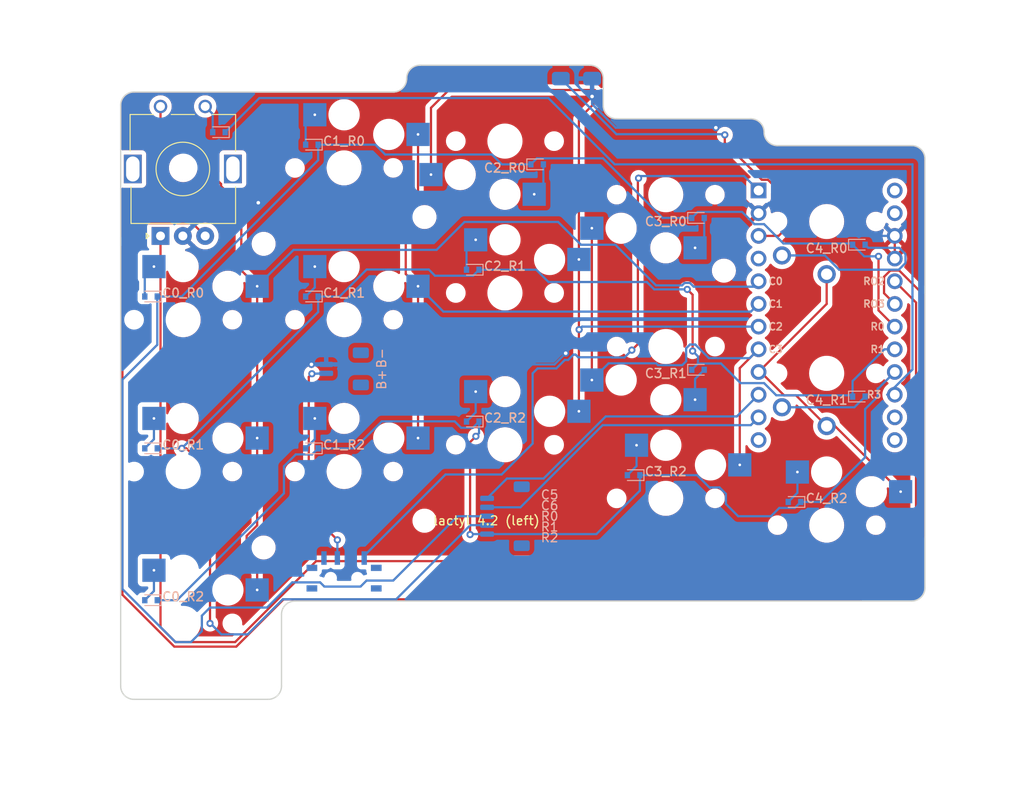
<source format=kicad_pcb>
(kicad_pcb (version 20221018) (generator pcbnew)
  (title_block (title "left") (rev "v1.0.0") (company "Unknown"))
  (layers (0 "F.Cu" signal) (31 "B.Cu" signal) (34 "B.Paste" user) (35 "F.Paste" user) (36 "B.SilkS" user "B.Silkscreen") (37 "F.SilkS" user "F.Silkscreen") (38 "B.Mask" user) (39 "F.Mask" user) (44 "Edge.Cuts" user))
  (net 0 "")
  (net 1 "C4")
  (net 2 "C4_R0D")
  (net 3 "R0")
  (net 4 "C4_R1D")
  (net 5 "R1")
  (net 6 "C0")
  (net 7 "C0R3D")
  (net 8 "P2")
  (net 9 "P3")
  (net 10 "GND")
  (net 11 "R3")
  (net 12 "RAW")
  (net 13 "BSLI")
  (net 14 "three")
  (net 15 "RST")
  (net 16 "VCC")
  (net 17 "C1")
  (net 18 "C2")
  (net 19 "C3")
  (net 20 "C5")
  (net 21 "C6")
  (net 22 "P10")
  (net 23 "P1")
  (net 24 "P0")
  (net 25 "R2")
  (net 26 "P8")
  (net 27 "P9")
  (net 28 "C0_R0D")
  (net 29 "C0_R1D")
  (net 30 "C0_R2D")
  (net 31 "C1_R0D")
  (net 32 "C1_R1D")
  (net 33 "C1_R2D")
  (net 34 "C2_R0D")
  (net 35 "C2_R1D")
  (net 36 "C2_R2D")
  (net 37 "C3_R0D")
  (net 38 "C3_R1D")
  (net 39 "C3_R2D")
  (net 40 "C4_R2D")
  (footprint "MountingHole_2.2mm_M2" (layer "F.Cu") (at 27 -45.5)
    (fp_text reference "H2" hide)
    (fp_text value "")
  )
  (footprint "MountingHole_2.2mm_M2" (layer "F.Cu") (at 27 -11.5)
    (fp_text reference "H3" hide)
    (fp_text value "")
  )
  (footprint "easyeda:SW-TH_MSK12C02-HB-1" (layer "F.Cu") (at 18 -5.5 180)
    (fp_text reference "SS1" hide)
    (fp_text value "SW-TH_MSK12C02-HB-1" hide)
  )
  (footprint "MountingHole_2.2mm_M2" (layer "F.Cu") (at 9 -42.5)
    (fp_text reference "H4" hide)
    (fp_text value "")
  )
  (footprint "rotary_encoder" (layer "F.Cu") (at 0 -51 90)
    (fp_text reference "ROT1" hide)
    (fp_text value "")
  )
  (footprint "somelogo" (layer "F.Cu") (at 33.5 -11.5)
    (fp_text reference "T1" hide)
    (fp_text value "Flactyl 4.2 (left)")
  )
  (footprint "MountingHole_2.2mm_M2" (layer "F.Cu") (at 60.5 -39.5)
    (fp_text reference "H1" hide)
    (fp_text value "")
  )
  (footprint "MountingHole_2.2mm_M2" (layer "F.Cu") (at 9 -8.5)
    (fp_text reference "H5" hide)
    (fp_text value "")
  )
  (footprint "Kailh_socket_PG1350_no_silk" (layer "B.Cu") (at 36 -54)
    (fp_text reference "S9" hide)
    (fp_text value "")
  )
  (footprint "Kailh_socket_PG1350_no_silk" (layer "B.Cu") (at 0 0 180)
    (fp_text reference "S5" hide)
    (fp_text value "")
  )
  (footprint "Kailh_socket_PG1350_no_silk" (layer "B.Cu") (at 54 -31)
    (fp_text reference "S13" hide)
    (fp_text value "")
  )
  (footprint "D_SOD-523" (layer "B.Cu") (at -3.6 -19.6 180)
    (fp_text reference "D5" hide)
    (fp_text value "D_SOD-523")
  )
  (footprint "Kailh_socket_PG1350_no_silk" (layer "B.Cu") (at 72 -28)
    (fp_text reference "S2" hide)
    (fp_text value "")
  )
  (footprint "Kailh_socket_PG1350_no_silk" (layer "B.Cu") (at 18 -17 180)
    (fp_text reference "S8" hide)
    (fp_text value "")
  )
  (footprint "D_SOD-523" (layer "B.Cu") (at -3.6 -2.6 180)
    (fp_text reference "D6" hide)
    (fp_text value "D_SOD-523")
  )
  (footprint "D_SOD-523" (layer "B.Cu") (at 14.4 -53.6 180)
    (fp_text reference "D7" hide)
    (fp_text value "D_SOD-523")
  )
  (footprint "D_SOD-523" (layer "B.Cu") (at 32.4 -22.6 180)
    (fp_text reference "D12" hide)
    (fp_text value "D_SOD-523")
  )
  (footprint "JST_SH_SM02B-SRSS-TB_1x02-1MP_P1.00mm_Horizontal" (layer "B.Cu") (at 18 -28.5 -90)
    (fp_text reference "JB1" hide)
    (fp_text value "JST_SH_SM02B-SRSS-TB_1x02-1MP_P1.00mm_Horizontal" hide)
  )
  (footprint "Kailh_socket_PG1350_no_silk" (layer "B.Cu") (at 36 -37 180)
    (fp_text reference "S10" hide)
    (fp_text value "")
  )
  (footprint "JST_SH_SM05B-SRSS-TB_1x05-1MP_P1.00mm_Horizontal" (layer "B.Cu") (at 36 -12 -90)
    (fp_text reference "JC1" hide)
    (fp_text value "")
  )
  (footprint "b3u-1000P" (layer "B.Cu") (at 44 -61 180)
    (fp_text reference "SB1" hide)
    (fp_text value "b3u-1000P")
  )
  (footprint "Kailh_socket_PG1350_no_silk" (layer "B.Cu") (at 18 -51 180)
    (fp_text reference "S6" hide)
    (fp_text value "")
  )
  (footprint "D_SOD-523" (layer "B.Cu") (at 57.6 -45.4)
    (fp_text reference "D13" hide)
    (fp_text value "D_SOD-523")
  )
  (footprint "D_SOD-523" (layer "B.Cu") (at 75.6 -25.4)
    (fp_text reference "D2" hide)
    (fp_text value "D_SOD-523")
  )
  (footprint "D_SOD-523" (layer "B.Cu") (at 14.4 -36.6 180)
    (fp_text reference "D8" hide)
    (fp_text value "D_SOD-523")
  )
  (footprint "Kailh_socket_PG1350_no_silk" (layer "B.Cu") (at 72 -45)
    (fp_text reference "S1" hide)
    (fp_text value "")
  )
  (footprint "Kailh_socket_PG1350_no_silk" (layer "B.Cu") (at 18 -34 180)
    (fp_text reference "S7" hide)
    (fp_text value "")
  )
  (footprint "D_SOD-523" (layer "B.Cu") (at 57.6 -28.4)
    (fp_text reference "D14" hide)
    (fp_text value "D_SOD-523")
  )
  (footprint "D_SOD-523" (layer "B.Cu") (at 14.4 -19.6 180)
    (fp_text reference "D9" hide)
    (fp_text value "D_SOD-523")
  )
  (footprint "D_SOD-523" (layer "B.Cu") (at 39.6 -51.4)
    (fp_text reference "D10" hide)
    (fp_text value "D_SOD-523")
  )
  (footprint "NiceNano" (layer "B.Cu") (at 72 -34.5 -90)
    (fp_text reference "MCU1" hide)
    (fp_text value "" hide)
  )
  (footprint "Kailh_socket_PG1350_no_silk" (layer "B.Cu") (at 0 -17 180)
    (fp_text reference "S4" hide)
    (fp_text value "")
  )
  (footprint "D_SOD-523" (layer "B.Cu") (at 32.4 -39.6 180)
    (fp_text reference "D11" hide)
    (fp_text value "D_SOD-523")
  )
  (footprint "D_SOD-523" (layer "B.Cu") (at 75.6 -42.4)
    (fp_text reference "D1" hide)
    (fp_text value "D_SOD-523")
  )
  (footprint "D_SOD-523" (layer "B.Cu") (at -3.6 -36.6 180)
    (fp_text reference "D4" hide)
    (fp_text value "D_SOD-523")
  )
  (footprint "Kailh_socket_PG1350_no_silk" (layer "B.Cu") (at 0 -34 180)
    (fp_text reference "S3" hide)
    (fp_text value "")
  )
  (footprint "D_SOD-523" (layer "B.Cu") (at 50.4 -16.6 180)
    (fp_text reference "D15" hide)
    (fp_text value "D_SOD-523")
  )
  (footprint "D_SOD-523" (layer "B.Cu") (at 68.4 -13.6 180)
    (fp_text reference "D16" hide)
    (fp_text value "D_SOD-523")
  )
  (footprint "Kailh_socket_PG1350_no_silk" (layer "B.Cu") (at 54 -48)
    (fp_text reference "S12" hide)
    (fp_text value "")
  )
  (footprint "D_SOD-523" (layer "B.Cu") (at 4 -55 180)
    (fp_text reference "D3" hide)
    (fp_text value "D_SOD-523")
  )
  (footprint "Kailh_socket_PG1350_no_silk" (layer "B.Cu") (at 72 -11 180)
    (fp_text reference "S15" hide)
    (fp_text value "")
  )
  (footprint "Kailh_socket_PG1350_no_silk" (layer "B.Cu") (at 36 -20 180)
    (fp_text reference "S11" hide)
    (fp_text value "")
  )
  (footprint "Kailh_socket_PG1350_no_silk" (layer "B.Cu") (at 54 -14 180)
    (fp_text reference "S14" hide)
    (fp_text value "")
  )
  (gr_arc (start 48.49 -56.5) (mid 47.436411 -56.936411) (end 47 -57.99) (stroke (width 0.15)) (layer "Edge.Cuts"))
  (gr_line (start 63.51 -56.5) (end 48.49 -56.5) (stroke (width 0.15)) (layer "Edge.Cuts"))
  (gr_line (start 12.49 -2.5) (end 81.51 -2.5) (stroke (width 0.15)) (layer "Edge.Cuts"))
  (gr_line (start 25 -61.01) (end 25 -60.99) (stroke (width 0.15)) (layer "Edge.Cuts"))
  (gr_line (start 65 -54.99) (end 65 -55.01) (stroke (width 0.15)) (layer "Edge.Cuts"))
  (gr_arc (start 11 -1.01) (mid 11.436411 -2.063589) (end 12.49 -2.5) (stroke (width 0.15)) (layer "Edge.Cuts"))
  (gr_line (start 11 7.01) (end 11 -1.01) (stroke (width 0.15)) (layer "Edge.Cuts"))
  (gr_arc (start 63.51 -56.5) (mid 64.563589 -56.063589) (end 65 -55.01) (stroke (width 0.15)) (layer "Edge.Cuts"))
  (gr_arc (start 25 -61.01) (mid 25.436411 -62.063589) (end 26.49 -62.5) (stroke (width 0.15)) (layer "Edge.Cuts"))
  (gr_line (start -5.51 8.5) (end 9.51 8.5) (stroke (width 0.15)) (layer "Edge.Cuts"))
  (gr_line (start 47 -57.99) (end 47 -61.01) (stroke (width 0.15)) (layer "Edge.Cuts"))
  (gr_line (start 83 -3.99) (end 83 -52.01) (stroke (width 0.15)) (layer "Edge.Cuts"))
  (gr_arc (start -7 -58.01) (mid -6.563589 -59.063589) (end -5.51 -59.5) (stroke (width 0.15)) (layer "Edge.Cuts"))
  (gr_arc (start 66.49 -53.5) (mid 65.436411 -53.936411) (end 65 -54.99) (stroke (width 0.15)) (layer "Edge.Cuts"))
  (gr_line (start -5.51 -59.5) (end 23.51 -59.5) (stroke (width 0.15)) (layer "Edge.Cuts"))
  (gr_line (start 45.51 -62.5) (end 26.49 -62.5) (stroke (width 0.15)) (layer "Edge.Cuts"))
  (gr_arc (start 25 -60.99) (mid 24.563589 -59.936411) (end 23.51 -59.5) (stroke (width 0.15)) (layer "Edge.Cuts"))
  (gr_arc (start 83 -3.99) (mid 82.563589 -2.936411) (end 81.51 -2.5) (stroke (width 0.15)) (layer "Edge.Cuts"))
  (gr_arc (start 81.51 -53.5) (mid 82.563589 -53.063589) (end 83 -52.01) (stroke (width 0.15)) (layer "Edge.Cuts"))
  (gr_arc (start 45.51 -62.5) (mid 46.563589 -62.063589) (end 47 -61.01) (stroke (width 0.15)) (layer "Edge.Cuts"))
  (gr_arc (start -5.51 8.5) (mid -6.563589 8.063589) (end -7 7.01) (stroke (width 0.15)) (layer "Edge.Cuts"))
  (gr_line (start 81.51 -53.5) (end 66.49 -53.5) (stroke (width 0.15)) (layer "Edge.Cuts"))
  (gr_arc (start 11 7.01) (mid 10.563589 8.063589) (end 9.51 8.5) (stroke (width 0.15)) (layer "Edge.Cuts"))
  (gr_line (start -7 7.01) (end -7 -58.01) (stroke (width 0.15)) (layer "Edge.Cuts"))
  (segment (start 72.925 -22.1) (end 72 -22.1) (width 0.25) (layer "F.Cu") (net 1))
  (segment (start 67.225316 -25.541) (end 68.559 -25.541) (width 0.25) (layer "F.Cu") (net 1))
  (segment (start 68.559 -25.541) (end 72 -22.1) (width 0.25) (layer "F.Cu") (net 1))
  (segment (start 72 -39.1) (end 72 -35.77) (width 0.25) (layer "F.Cu") (net 1))
  (segment (start 80.275 -14.75) (end 72.925 -22.1) (width 0.25) (layer "F.Cu") (net 1))
  (segment (start 72 -35.77) (end 64.38 -28.15) (width 0.25) (layer "F.Cu") (net 1))
  (segment (start 64.38 -28.15) (end 64.616316 -28.15) (width 0.25) (layer "F.Cu") (net 1))
  (segment (start 64.616316 -28.15) (end 67.225316 -25.541) (width 0.25) (layer "F.Cu") (net 1))
  (segment (start 80.117595 -42.0513) (end 80.8213 -41.347595) (width 0.25) (layer "B.Cu") (net 2))
  (segment (start 80.068895 -39.6) (end 73.396461 -39.6) (width 0.25) (layer "B.Cu") (net 2))
  (segment (start 80.8213 -41.347595) (end 80.8213 -40.352405) (width 0.25) (layer "B.Cu") (net 2))
  (segment (start 76.6487 -42.0513) (end 80.117595 -42.0513) (width 0.25) (layer "B.Cu") (net 2))
  (segment (start 73.396461 -39.6) (end 71.796461 -41.2) (width 0.25) (layer "B.Cu") (net 2))
  (segment (start 80.8213 -40.352405) (end 80.068895 -39.6) (width 0.25) (layer "B.Cu") (net 2))
  (segment (start 76.3 -42.4) (end 76.6487 -42.0513) (width 0.25) (layer "B.Cu") (net 2))
  (segment (start 71.796461 -41.2) (end 67 -41.2) (width 0.25) (layer "B.Cu") (net 2))
  (segment (start 77.8 -35.05) (end 79.62 -33.23) (width 0.25) (layer "F.Cu") (net 3))
  (segment (start 77.8 -41.1) (end 77.8 -35.05) (width 0.25) (layer "F.Cu") (net 3))
  (via (at 77.8 -41.1) (size 0.8) (drill 0.4) (layers "F.Cu" "B.Cu") (net 3))
  (segment (start 76.2 -41.1) (end 74.9 -42.4) (width 0.25) (layer "B.Cu") (net 3))
  (segment (start 65 -44.7) (end 67.159 -42.541) (width 0.25) (layer "B.Cu") (net 3))
  (segment (start -2.9 -31.2) (end -2.9 -36.6) (width 0.25) (layer "B.Cu") (net 3))
  (segment (start 22.59835 -52.5) (end 34.545001 -52.5) (width 0.25) (layer "B.Cu") (net 3))
  (segment (start 3.001501 -1.7775) (end 2.0895 -0.865499) (width 0.25) (layer "B.Cu") (net 3))
  (segment (start 77.8 -41.1) (end 76.2 -41.1) (width 0.25) (layer "B.Cu") (net 3))
  (segment (start 34.545001 -52.5) (end 35.645001 -51.4) (width 0.25) (layer "B.Cu") (net 3))
  (segment (start 34 -12) (end 30.7 -12) (width 0.25) (layer "B.Cu") (net 3))
  (segment (start -0.865499 2.0895) (end -6.8 -3.845001) (width 0.25) (layer "B.Cu") (net 3))
  (segment (start 67.159 -42.541) (end 74.759 -42.541) (width 0.25) (layer "B.Cu") (net 3))
  (segment (start 63.911105 -44.7) (end 65 -44.7) (width 0.25) (layer "B.Cu") (net 3))
  (segment (start 15.1 -51.866316) (end 15.1 -53.6) (width 0.25) (layer "B.Cu") (net 3))
  (segment (start 21.49835 -53.6) (end 22.59835 -52.5) (width 0.25) (layer "B.Cu") (net 3))
  (segment (start 30.7 -12) (end 23.5 -4.8) (width 0.25) (layer "B.Cu") (net 3))
  (segment (start -2.9 -36.6) (end -0.166316 -36.6) (width 0.25) (layer "B.Cu") (net 3))
  (segment (start 9.3775 -1.7775) (end 3.001501 -1.7775) (width 0.25) (layer "B.Cu") (net 3))
  (segment (start 2.0895 0.865499) (end 0.865499 2.0895) (width 0.25) (layer "B.Cu") (net 3))
  (segment (start 15.325 -4.595) (end 12.195 -4.595) (width 0.25) (layer "B.Cu") (net 3))
  (segment (start 56.9 -45.4) (end 57.575 -46.075) (width 0.25) (layer "B.Cu") (net 3))
  (segment (start 39.575 -52.075) (end 46.970001 -52.075) (width 0.25) (layer "B.Cu") (net 3))
  (segment (start 53.645001 -45.4) (end 56.9 -45.4) (width 0.25) (layer "B.Cu") (net 3))
  (segment (start 15.1 -53.6) (end 21.49835 -53.6) (width 0.25) (layer "B.Cu") (net 3))
  (segment (start -6.8 -3.845001) (end -6.8 -27.3) (width 0.25) (layer "B.Cu") (net 3))
  (segment (start 20.516726 -4.8) (end 19.841726 -4.125) (width 0.25) (layer "B.Cu") (net 3))
  (segment (start 38.9 -51.4) (end 39.575 -52.075) (width 0.25) (layer "B.Cu") (net 3))
  (segment (start 62.536105 -46.075) (end 63.911105 -44.7) (width 0.25) (layer "B.Cu") (net 3))
  (segment (start 46.970001 -52.075) (end 53.645001 -45.4) (width 0.25) (layer "B.Cu") (net 3))
  (segment (start 12.195 -4.595) (end 9.3775 -1.7775) (width 0.25) (layer "B.Cu") (net 3))
  (segment (start -0.166316 -36.6) (end 15.1 -51.866316) (width 0.25) (layer "B.Cu") (net 3))
  (segment (start 74.759 -42.541) (end 74.9 -42.4) (width 0.25) (layer "B.Cu") (net 3))
  (segment (start 19.841726 -4.125) (end 15.795 -4.125) (width 0.25) (layer "B.Cu") (net 3))
  (segment (start 0.865499 2.0895) (end -0.865499 2.0895) (width 0.25) (layer "B.Cu") (net 3))
  (segment (start -6.8 -27.3) (end -2.9 -31.2) (width 0.25) (layer "B.Cu") (net 3))
  (segment (start 35.645001 -51.4) (end 38.9 -51.4) (width 0.25) (layer "B.Cu") (net 3))
  (segment (start 23.5 -4.8) (end 20.516726 -4.8) (width 0.25) (layer "B.Cu") (net 3))
  (segment (start 2.0895 -0.865499) (end 2.0895 0.865499) (width 0.25) (layer "B.Cu") (net 3))
  (segment (start 57.575 -46.075) (end 62.536105 -46.075) (width 0.25) (layer "B.Cu") (net 3))
  (segment (start 15.795 -4.125) (end 15.325 -4.595) (width 0.25) (layer "B.Cu") (net 3))
  (segment (start 75.1 -24.2) (end 76.3 -25.4) (width 0.25) (layer "B.Cu") (net 4))
  (segment (start 67 -24.2) (end 75.1 -24.2) (width 0.25) (layer "B.Cu") (net 4))
  (segment (start 0.354999 -19.6) (end 3 -16.954999) (width 0.25) (layer "F.Cu") (net 5))
  (segment (start 57 -36.8) (end 56.4 -37.4) (width 0.25) (layer "F.Cu") (net 5))
  (segment (start -0.15 -19.6) (end 0.354999 -19.6) (width 0.25) (layer "F.Cu") (net 5))
  (segment (start 57 -30.5) (end 57 -36.8) (width 0.25) (layer "F.Cu") (net 5))
  (segment (start 3 -16.954999) (end 3 0) (width 0.25) (layer "F.Cu") (net 5))
  (via (at -0.15 -19.6) (size 0.8) (drill 0.4) (layers "F.Cu" "B.Cu") (net 5))
  (via (at 56.4 -37.4) (size 0.8) (drill 0.4) (layers "F.Cu" "B.Cu") (net 5))
  (via (at 57 -30.5) (size 0.8) (drill 0.4) (layers "F.Cu" "B.Cu") (net 5))
  (via (at 3 0) (size 0.8) (drill 0.4) (layers "F.Cu" "B.Cu") (net 5))
  (segment (start -0.166316 -19.6) (end -2.9 -19.6) (width 0.25) (layer "B.Cu") (net 5))
  (segment (start 78.456316 -30.69) (end 79.62 -30.69) (width 0.25) (layer "B.Cu") (net 5))
  (segment (start 11.138769 -2.702373) (end 7.210496 1.2259) (width 0.25) (layer "B.Cu") (net 5))
  (segment (start 7.210496 1.2259) (end 4.2759 1.2259) (width 0.25) (layer "B.Cu") (net 5))
  (segment (start 20.525 -39.625) (end 17.5 -36.6) (width 0.25) (layer "B.Cu") (net 5))
  (segment (start 57.6 -29.1) (end 57.6 -29.9) (width 0.25) (layer "B.Cu") (net 5))
  (segment (start -0.15 -19.6) (end -0.166316 -19.6) (width 0.25) (layer "B.Cu") (net 5))
  (segment (start 27.475 -39.625) (end 20.525 -39.625) (width 0.25) (layer "B.Cu") (net 5))
  (segment (start 66.359 -25.541) (end 65 -26.9) (width 0.25) (layer "B.Cu") (net 5))
  (segment (start -0.15 -19.616316) (end -0.15 -19.6) (width 0.25) (layer "B.Cu") (net 5))
  (segment (start 74.9 -25.4) (end 74.9 -27.133684) (width 0.25) (layer "B.Cu") (net 5))
  (segment (start 65 -26.9) (end 62.375 -26.9) (width 0.25) (layer "B.Cu") (net 5))
  (segment (start 57.6 -29.1) (end 56.9 -28.4) (width 0.25) (layer "B.Cu") (net 5))
  (segment (start 74.759 -25.541) (end 66.359 -25.541) (width 0.25) (layer "B.Cu") (net 5))
  (segment (start 74.9 -25.4) (end 74.759 -25.541) (width 0.25) (layer "B.Cu") (net 5))
  (segment (start 15.1 -36.6) (end 15.1 -34.866316) (width 0.25) (layer "B.Cu") (net 5))
  (segment (start 60.175 -29.1) (end 57.6 -29.1) (width 0.25) (layer "B.Cu") (net 5))
  (segment (start 4.2759 1.2259) (end 3.05 0) (width 0.25) (layer "B.Cu") (net 5))
  (segment (start 52.7 -37.4) (end 56.4 -37.4) (width 0.25) (layer "B.Cu") (net 5))
  (segment (start 17.5 -36.6) (end 15.1 -36.6) (width 0.25) (layer "B.Cu") (net 5))
  (segment (start 40.87245 -38.2259) (end 51.8741 -38.2259) (width 0.25) (layer "B.Cu") (net 5))
  (segment (start 15.1 -34.866316) (end -0.15 -19.616316) (width 0.25) (layer "B.Cu") (net 5))
  (segment (start 39.49835 -39.6) (end 40.87245 -38.2259) (width 0.25) (layer "B.Cu") (net 5))
  (segment (start 51.8741 -38.2259) (end 52.7 -37.4) (width 0.25) (layer "B.Cu") (net 5))
  (segment (start 23.827068 -2.702373) (end 11.138769 -2.702373) (width 0.25) (layer "B.Cu") (net 5))
  (segment (start 57.6 -29.9) (end 57 -30.5) (width 0.25) (layer "B.Cu") (net 5))
  (segment (start 34 -11) (end 32.124695 -11) (width 0.25) (layer "B.Cu") (net 5))
  (segment (start 28.175 -38.925) (end 27.475 -39.625) (width 0.25) (layer "B.Cu") (net 5))
  (segment (start 62.375 -26.9) (end 60.175 -29.1) (width 0.25) (layer "B.Cu") (net 5))
  (segment (start 32.124695 -11) (end 23.827068 -2.702373) (width 0.25) (layer "B.Cu") (net 5))
  (segment (start 32.425 -38.925) (end 28.175 -38.925) (width 0.25) (layer "B.Cu") (net 5))
  (segment (start 33.1 -39.6) (end 32.425 -38.925) (width 0.25) (layer "B.Cu") (net 5))
  (segment (start 74.9 -27.133684) (end 78.456316 -30.69) (width 0.25) (layer "B.Cu") (net 5))
  (segment (start 33.1 -39.6) (end 39.49835 -39.6) (width 0.25) (layer "B.Cu") (net 5))
  (segment (start 7.1 -9.8) (end 7.1 -6.9) (width 0.25) (layer "F.Cu") (net 6))
  (segment (start 4.235 -49.204518) (end 4.235 -48.955) (width 0.25) (layer "F.Cu") (net 6))
  (segment (start 6.5 -47.9) (end 5.29 -47.9) (width 0.25) (layer "F.Cu") (net 6))
  (segment (start -2.290482 -55.73) (end 4.235 -49.204518) (width 0.25) (layer "F.Cu") (net 6))
  (segment (start 7.1 -6.9) (end 8.275 -5.725) (width 0.25) (layer "F.Cu") (net 6))
  (segment (start 8.275 -37.75) (end 6.5 -39.525) (width 0.25) (layer "F.Cu") (net 6))
  (segment (start 8.275 -20.75) (end 8.275 -37.75) (width 0.25) (layer "F.Cu") (net 6))
  (segment (start 8.275 -10.975) (end 7.1 -9.8) (width 0.25) (layer "F.Cu") (net 6))
  (segment (start 6.5 -39.525) (end 6.5 -47.9) (width 0.25) (layer "F.Cu") (net 6))
  (segment (start -2.54 -55.73) (end -2.54 -57.88) (width 0.25) (layer "F.Cu") (net 6))
  (segment (start 8.275 -20.75) (end 8.275 -10.975) (width 0.25) (layer "F.Cu") (net 6))
  (segment (start 4.235 -48.955) (end 5.29 -47.9) (width 0.25) (layer "F.Cu") (net 6))
  (segment (start -2.54 -55.73) (end -2.290482 -55.73) (width 0.25) (layer "F.Cu") (net 6))
  (segment (start 8.275 -5.725) (end 8.275 -3.75) (width 0.25) (layer "F.Cu") (net 6))
  (segment (start 12.35 -41.825) (end 28.35 -41.825) (width 0.25) (layer "B.Cu") (net 6))
  (segment (start 57.125 -37.7) (end 63.77 -37.7) (width 0.25) (layer "B.Cu") (net 6))
  (segment (start 8.275 -37.75) (end 12.35 -41.825) (width 0.25) (layer "B.Cu") (net 6))
  (segment (start 41.95 -44.95) (end 44.5 -42.4) (width 0.25) (layer "B.Cu") (net 6))
  (segment (start 31.475 -44.95) (end 41.95 -44.95) (width 0.25) (layer "B.Cu") (net 6))
  (segment (start 44.5 -42.4) (end 48.35 -42.4) (width 0.25) (layer "B.Cu") (net 6))
  (segment (start 52.9 -37.85) (end 55.824695 -37.85) (width 0.25) (layer "B.Cu") (net 6))
  (segment (start 28.35 -41.825) (end 31.475 -44.95) (width 0.25) (layer "B.Cu") (net 6))
  (segment (start 56.7 -38.125) (end 57.125 -37.7) (width 0.25) (layer "B.Cu") (net 6))
  (segment (start 48.35 -42.4) (end 52.9 -37.85) (width 0.25) (layer "B.Cu") (net 6))
  (segment (start 56.099695 -38.125) (end 56.7 -38.125) (width 0.25) (layer "B.Cu") (net 6))
  (segment (start 63.77 -37.7) (end 64.38 -38.31) (width 0.25) (layer "B.Cu") (net 6))
  (segment (start 55.824695 -37.85) (end 56.099695 -38.125) (width 0.25) (layer "B.Cu") (net 6))
  (segment (start 3.3 -57.04) (end 2.46 -57.88) (width 0.25) (layer "B.Cu") (net 7))
  (segment (start 3.3 -55) (end 3.3 -57.04) (width 0.25) (layer "B.Cu") (net 7))
  (segment (start 82 -9.5) (end 82 -35.93) (width 0.25) (layer "F.Cu") (net 8))
  (segment (start 79.475 -6.975) (end 82 -9.5) (width 0.25) (layer "F.Cu") (net 8))
  (segment (start 5.8105 2.0895) (end 14.875 -6.975) (width 0.25) (layer "F.Cu") (net 8))
  (segment (start -2.54 -43.38) (end -2.54 0.414999) (width 0.25) (layer "F.Cu") (net 8))
  (segment (start 82 -35.93) (end 79.62 -38.31) (width 0.25) (layer "F.Cu") (net 8))
  (segment (start -2.54 0.414999) (end -0.865499 2.0895) (width 0.25) (layer "F.Cu") (net 8))
  (segment (start 14.875 -6.975) (end 79.475 -6.975) (width 0.25) (layer "F.Cu") (net 8))
  (segment (start -0.865499 2.0895) (end 5.8105 2.0895) (width 0.25) (layer "F.Cu") (net 8))
  (segment (start 82.8 -9.663604) (end 75.836396 -2.7) (width 0.25) (layer "F.Cu") (net 9))
  (segment (start 78.4187 -38.807595) (end 79.122405 -39.5113) (width 0.25) (layer "F.Cu") (net 9))
  (segment (start 79.62 -35.77) (end 78.4187 -36.9713) (width 0.25) (layer "F.Cu") (net 9))
  (segment (start 82.8 -36.828895) (end 82.8 -9.663604) (width 0.25) (layer "F.Cu") (net 9))
  (segment (start -6.8 -3.208605) (end -6.8 -42.2) (width 0.25) (layer "F.Cu") (net 9))
  (segment (start 1.04 -44.8) (end 2.46 -43.38) (width 0.25) (layer "F.Cu") (net 9))
  (segment (start 78.4187 -36.9713) (end 78.4187 -38.807595) (width 0.25) (layer "F.Cu") (net 9))
  (segment (start -0.991395 2.6) (end -6.8 -3.208605) (width 0.25) (layer "F.Cu") (net 9))
  (segment (start -4.2 -44.8) (end 1.04 -44.8) (width 0.25) (layer "F.Cu") (net 9))
  (segment (start 80.117595 -39.5113) (end 82.8 -36.828895) (width 0.25) (layer "F.Cu") (net 9))
  (segment (start 75.836396 -2.7) (end 11.236396 -2.7) (width 0.25) (layer "F.Cu") (net 9))
  (segment (start -6.8 -42.2) (end -4.2 -44.8) (width 0.25) (layer "F.Cu") (net 9))
  (segment (start 5.936396 2.6) (end -0.991395 2.6) (width 0.25) (layer "F.Cu") (net 9))
  (segment (start 11.236396 -2.7) (end 5.936396 2.6) (width 0.25) (layer "F.Cu") (net 9))
  (segment (start 79.122405 -39.5113) (end 80.117595 -39.5113) (width 0.25) (layer "F.Cu") (net 9))
  (segment (start 14.1 -29.25) (end 14.1 -41.35) (width 0.25) (layer "F.Cu") (net 10))
  (segment (start 64.38 -45.93) (end 59.6 -50.71) (width 0.25) (layer "F.Cu") (net 10))
  (segment (start 45.75 -59) (end 42.875 -56.125) (width 0.25) (layer "F.Cu") (net 10))
  (segment (start 14.35 -29) (end 14.1 -29.25) (width 0.25) (layer "F.Cu") (net 10))
  (segment (start 42.875 -30.275) (end 42.85 -30.25) (width 0.25) (layer "F.Cu") (net 10))
  (segment (start 59.6 -50.71) (end 59.6 -55.5) (width 0.25) (layer "F.Cu") (net 10))
  (segment (start 79.62 -43.39) (end 79.62 -40.85) (width 0.25) (layer "F.Cu") (net 10))
  (segment (start 42.875 -56.125) (end 42.875 -30.275) (width 0.25) (layer "F.Cu") (net 10))
  (segment (start 14.1 -41.35) (end 8.4 -47.05) (width 0.25) (layer "F.Cu") (net 10))
  (via (at 14.35 -29) (size 0.8) (drill 0.4) (layers "F.Cu" "B.Cu") (net 10))
  (via (at 42.8 -30.25) (size 0.8) (drill 0.4) (layers "F.Cu" "B.Cu") (net 10))
  (via (at 45.75 -59) (size 0.8) (drill 0.4) (layers "F.Cu" "B.Cu") (net 10))
  (via (at 59.6 -55.5) (size 0.8) (drill 0.4) (layers "F.Cu" "B.Cu") (net 10))
  (via (at 8.4 -47.1) (size 0.8) (drill 0.4) (layers "F.Cu" "B.Cu") (net 10))
  (segment (start 16 -29) (end 14.35 -29) (width 0.25) (layer "B.Cu") (net 10))
  (segment (start 76.564999 -43.39) (end 72.865499 -47.0895) (width 0.25) (layer "B.Cu") (net 10))
  (segment (start 65.5395 -47.0895) (end 64.38 -45.93) (width 0.25) (layer "B.Cu") (net 10))
  (segment (start 3.68 -47.1) (end -0.04 -43.38) (width 0.25) (layer "B.Cu") (net 10))
  (segment (start 8.4 -47.1) (end 3.68 -47.1) (width 0.25) (layer "B.Cu") (net 10))
  (segment (start 45.75 -59) (end 45.75 -61) (width 0.25) (layer "B.Cu") (net 10))
  (segment (start 45.75 -58.15) (end 48.4 -55.5) (width 0.25) (layer "B.Cu") (net 10))
  (segment (start 42.8 -30.25) (end 41.55 -29) (width 0.25) (layer "B.Cu") (net 10))
  (segment (start 48.4 -55.5) (end 59.6 -55.5) (width 0.25) (layer "B.Cu") (net 10))
  (segment (start 45.75 -59) (end 45.75 -58.15) (width 0.25) (layer "B.Cu") (net 10))
  (segment (start 79.62 -43.39) (end 76.564999 -43.39) (width 0.25) (layer "B.Cu") (net 10))
  (segment (start 72.865499 -47.0895) (end 65.5395 -47.0895) (width 0.25) (layer "B.Cu") (net 10))
  (segment (start 41.55 -29) (end 16 -29) (width 0.25) (layer "B.Cu") (net 10))
  (segment (start 40.856397 -58.825) (end 8.525 -58.825) (width 0.25) (layer "B.Cu") (net 11))
  (segment (start 8.525 -58.825) (end 4.7 -55) (width 0.25) (layer "B.Cu") (net 11))
  (segment (start 78.778895 -25.61) (end 81.6 -28.431105) (width 0.25) (layer "B.Cu") (net 11))
  (segment (start 81.6 -28.431105) (end 81.6 -51.4) (width 0.25) (layer "B.Cu") (net 11))
  (segment (start 81.6 -51.4) (end 48.281397 -51.4) (width 0.25) (layer "B.Cu") (net 11))
  (segment (start 48.281397 -51.4) (end 40.856397 -58.825) (width 0.25) (layer "B.Cu") (net 11))
  (segment (start 79.62 -25.61) (end 78.778895 -25.61) (width 0.25) (layer "B.Cu") (net 11))
  (segment (start 50.875 -31.275) (end 50.875 -49.825) (width 0.25) (layer "F.Cu") (net 12))
  (segment (start 50.2 -30.6) (end 50.875 -31.275) (width 0.25) (layer "F.Cu") (net 12))
  (segment (start 50.875 -49.825) (end 50.9 -49.85) (width 0.25) (layer "F.Cu") (net 12))
  (via (at 50.95 -49.85) (size 0.8) (drill 0.4) (layers "F.Cu" "B.Cu") (net 12))
  (via (at 50.2 -30.6) (size 0.8) (drill 0.4) (layers "F.Cu" "B.Cu") (net 12))
  (segment (start 39.65 -28.55) (end 39.1 -28) (width 0.25) (layer "B.Cu") (net 12))
  (segment (start 50.2 -30.6) (end 49.3741 -29.7741) (width 0.25) (layer "B.Cu") (net 12))
  (segment (start 47.966316 -29.8) (end 44.2 -29.8) (width 0.25) (layer "B.Cu") (net 12))
  (segment (start 41.75 -28.55) (end 39.65 -28.55) (width 0.25) (layer "B.Cu") (net 12))
  (segment (start 29.35 -16.675) (end 20.25 -7.575) (width 0.25) (layer "B.Cu") (net 12))
  (segment (start 62.7605 -50.0895) (end 64.38 -48.47) (width 0.25) (layer "B.Cu") (net 12))
  (segment (start 49.3741 -29.7741) (end 47.992216 -29.7741) (width 0.25) (layer "B.Cu") (net 12))
  (segment (start 35.629999 -16.675) (end 29.35 -16.675) (width 0.25) (layer "B.Cu") (net 12))
  (segment (start 43.675305 -30.1) (end 43.075305 -29.5) (width 0.25) (layer "B.Cu") (net 12))
  (segment (start 43.9 -30.1) (end 43.675305 -30.1) (width 0.25) (layer "B.Cu") (net 12))
  (segment (start 44.2 -29.8) (end 43.9 -30.1) (width 0.25) (layer "B.Cu") (net 12))
  (segment (start 42.7 -29.5) (end 41.75 -28.55) (width 0.25) (layer "B.Cu") (net 12))
  (segment (start 39.1 -20.145001) (end 35.629999 -16.675) (width 0.25) (layer "B.Cu") (net 12))
  (segment (start 47.992216 -29.7741) (end 47.966316 -29.8) (width 0.25) (layer "B.Cu") (net 12))
  (segment (start 43.075305 -29.5) (end 42.7 -29.5) (width 0.25) (layer "B.Cu") (net 12))
  (segment (start 51.1895 -50.0895) (end 62.7605 -50.0895) (width 0.25) (layer "B.Cu") (net 12))
  (segment (start 39.1 -28) (end 39.1 -20.145001) (width 0.25) (layer "B.Cu") (net 12))
  (segment (start 14.05 -27.6) (end 14.05 -12.55) (width 0.25) (layer "F.Cu") (net 13))
  (segment (start 14.05 -12.55) (end 17.25 -9.35) (width 0.25) (layer "F.Cu") (net 13))
  (segment (start 14.4 -27.95) (end 14.05 -27.6) (width 0.25) (layer "F.Cu") (net 13))
  (via (at 17.25 -9.35) (size 0.8) (drill 0.4) (layers "F.Cu" "B.Cu") (net 13))
  (via (at 14.4 -27.95) (size 0.8) (drill 0.4) (layers "F.Cu" "B.Cu") (net 13))
  (segment (start 17.25 -7.575) (end 17.25 -9.35) (width 0.25) (layer "B.Cu") (net 13))
  (segment (start 16 -28) (end 14.4 -27.95) (width 0.25) (layer "B.Cu") (net 13))
  (segment (start 67.7259 -44.492216) (end 66.623684 -43.39) (width 0.25) (layer "F.Cu") (net 15))
  (segment (start 66.623684 -43.39) (end 64.38 -43.39) (width 0.25) (layer "F.Cu") (net 15))
  (segment (start 64.742735 -49.6713) (end 65.4287 -49.6713) (width 0.25) (layer "F.Cu") (net 15))
  (segment (start 67.7259 -47.3741) (end 67.7259 -44.492216) (width 0.25) (layer "F.Cu") (net 15))
  (segment (start 60.6 -54.7) (end 60.6 -53.814035) (width 0.25) (layer "F.Cu") (net 15))
  (segment (start 60.6 -53.814035) (end 64.742735 -49.6713) (width 0.25) (layer "F.Cu") (net 15))
  (segment (start 65.4287 -49.6713) (end 67.7259 -47.3741) (width 0.25) (layer "F.Cu") (net 15))
  (via (at 60.6 -54.7) (size 0.8) (drill 0.4) (layers "F.Cu" "B.Cu") (net 15))
  (segment (start 42.25 -61) (end 48.475 -54.775) (width 0.25) (layer "B.Cu") (net 15))
  (segment (start 48.475 -54.775) (end 60.525 -54.775) (width 0.25) (layer "B.Cu") (net 15))
  (segment (start 60.525 -54.775) (end 60.6 -54.7) (width 0.25) (layer "B.Cu") (net 15))
  (segment (start 26.275 -37.75) (end 26.275 -20.75) (width 0.25) (layer "F.Cu") (net 17))
  (segment (start 24.9 -39.125) (end 26.275 -37.75) (width 0.25) (layer "F.Cu") (net 17))
  (segment (start 26.275 -54.75) (end 26.275 -47.775) (width 0.25) (layer "F.Cu") (net 17))
  (segment (start 24.9 -46.4) (end 24.9 -39.125) (width 0.25) (layer "F.Cu") (net 17))
  (segment (start 26.275 -47.775) (end 24.9 -46.4) (width 0.25) (layer "F.Cu") (net 17))
  (segment (start 29.1145 -34.9105) (end 63.5205 -34.9105) (width 0.25) (layer "B.Cu") (net 17))
  (segment (start 26.275 -37.75) (end 29.1145 -34.9105) (width 0.25) (layer "B.Cu") (net 17))
  (segment (start 63.5205 -34.9105) (end 64.38 -35.77) (width 0.25) (layer "B.Cu") (net 17))
  (segment (start 29.725 -59.725) (end 27.725 -57.725) (width 0.25) (layer "F.Cu") (net 18))
  (segment (start 27.725 -57.725) (end 27.725 -50.25) (width 0.25) (layer "F.Cu") (net 18))
  (segment (start 44.275 -32.875) (end 44.3 -32.9) (width 0.25) (layer "F.Cu") (net 18))
  (segment (start 44.275 -56.499695) (end 46.475 -58.699695) (width 0.25) (layer "F.Cu") (net 18))
  (segment (start 44.3 -32.9) (end 44.275 -32.925) (width 0.25) (layer "F.Cu") (net 18))
  (segment (start 44.275 -40.75) (end 44.275 -56.499695) (width 0.25) (layer "F.Cu") (net 18))
  (segment (start 46.050305 -59.725) (end 29.725 -59.725) (width 0.25) (layer "F.Cu") (net 18))
  (segment (start 44.275 -23.75) (end 44.275 -32.875) (width 0.25) (layer "F.Cu") (net 18))
  (segment (start 44.275 -32.925) (end 44.275 -40.75) (width 0.25) (layer "F.Cu") (net 18))
  (segment (start 46.475 -59.300305) (end 46.050305 -59.725) (width 0.25) (layer "F.Cu") (net 18))
  (segment (start 46.475 -58.699695) (end 46.475 -59.300305) (width 0.25) (layer "F.Cu") (net 18))
  (via (at 44.3 -32.9) (size 0.8) (drill 0.4) (layers "F.Cu" "B.Cu") (net 18))
  (segment (start 44.63 -33.23) (end 44.3 -32.9) (width 0.25) (layer "B.Cu") (net 18))
  (segment (start 64.38 -33.23) (end 44.63 -33.23) (width 0.25) (layer "B.Cu") (net 18))
  (segment (start 62.275 -28.585) (end 64.38 -30.69) (width 0.25) (layer "F.Cu") (net 19))
  (segment (start 62.275 -17.75) (end 62.275 -28.585) (width 0.25) (layer "F.Cu") (net 19))
  (segment (start 45.725 -44.25) (end 45.725 -27.25) (width 0.25) (layer "F.Cu") (net 19))
  (segment (start 47.6 -29.125) (end 52.920001 -29.125) (width 0.25) (layer "B.Cu") (net 19))
  (segment (start 56.699695 -31.225) (end 57.300305 -31.225) (width 0.25) (layer "B.Cu") (net 19))
  (segment (start 52.920001 -29.125) (end 53.134501 -28.9105) (width 0.25) (layer "B.Cu") (net 19))
  (segment (start 53.134501 -28.9105) (end 55.835195 -28.9105) (width 0.25) (layer "B.Cu") (net 19))
  (segment (start 55.835195 -28.9105) (end 56.275 -29.350305) (width 0.25) (layer "B.Cu") (net 19))
  (segment (start 45.725 -27.25) (end 47.6 -29.125) (width 0.25) (layer "B.Cu") (net 19))
  (segment (start 56.275 -30.800305) (end 56.699695 -31.225) (width 0.25) (layer "B.Cu") (net 19))
  (segment (start 58.825305 -29.7) (end 63.39 -29.7) (width 0.25) (layer "B.Cu") (net 19))
  (segment (start 56.275 -29.350305) (end 56.275 -30.800305) (width 0.25) (layer "B.Cu") (net 19))
  (segment (start 57.300305 -31.225) (end 58.825305 -29.7) (width 0.25) (layer "B.Cu") (net 19))
  (segment (start 63.39 -29.7) (end 64.38 -30.69) (width 0.25) (layer "B.Cu") (net 19))
  (segment (start 47.275 -23.175) (end 40.325 -16.225) (width 0.25) (layer "B.Cu") (net 20))
  (segment (start 64.38 -25.61) (end 61.945 -23.175) (width 0.25) (layer "B.Cu") (net 20))
  (segment (start 40.325 -16.225) (end 36.225 -16.225) (width 0.25) (layer "B.Cu") (net 20))
  (segment (start 36.225 -16.225) (end 34 -14) (width 0.25) (layer "B.Cu") (net 20))
  (segment (start 61.945 -23.175) (end 47.275 -23.175) (width 0.25) (layer "B.Cu") (net 20))
  (segment (start 37.736396 -13) (end 34 -13) (width 0.25) (layer "B.Cu") (net 21))
  (segment (start 63.5037 -22.1937) (end 46.930096 -22.1937) (width 0.25) (layer "B.Cu") (net 21))
  (segment (start 46.930096 -22.1937) (end 37.736396 -13) (width 0.25) (layer "B.Cu") (net 21))
  (segment (start 64.38 -23.07) (end 63.5037 -22.1937) (width 0.25) (layer "B.Cu") (net 21))
  (segment (start 32.1 -20.3) (end 32.1 -9.95) (width 0.25) (layer "F.Cu") (net 25))
  (segment (start 32.75 -20.95) (end 32.1 -20.3) (width 0.25) (layer "F.Cu") (net 25))
  (via (at 32.75 -20.95) (size 0.8) (drill 0.4) (layers "F.Cu" "B.Cu") (net 25))
  (via (at 32.1 -9.95) (size 0.8) (drill 0.4) (layers "F.Cu" "B.Cu") (net 25))
  (segment (start 68.425 -12.925) (end 69.1 -13.6) (width 0.25) (layer "B.Cu") (net 25))
  (segment (start 77.7 -25.388895) (end 77.7 -26.3) (width 0.25) (layer "B.Cu") (net 25))
  (segment (start 69.1 -13.6) (end 71.30165 -13.6) (width 0.25) (layer "B.Cu") (net 25))
  (segment (start 32.4 -21.9) (end 33.1 -22.6) (width 0.25) (layer "B.Cu") (net 25))
  (segment (start 11.2741 -14.57245) (end 11.2741 -17.5991) (width 0.25) (layer "B.Cu") (net 25))
  (segment (start 58.992216 -15.2259) (end 60.007784 -15.2259) (width 0.25) (layer "B.Cu") (net 25))
  (segment (start -2.9 -2.6) (end -0.69835 -2.6) (width 0.25) (layer "B.Cu") (net 25))
  (segment (start 65.766316 -12) (end 66.691316 -12.925) (width 0.25) (layer "B.Cu") (net 25))
  (segment (start 34 -10) (end 46.233684 -10) (width 0.25) (layer "B.Cu") (net 25))
  (segment (start 31.1 -21.9) (end 32.4 -21.9) (width 0.25) (layer "B.Cu") (net 25))
  (segment (start 62.09835 -12) (end 65.766316 -12) (width 0.25) (layer "B.Cu") (net 25))
  (segment (start 58.932333 -15.166017) (end 58.992216 -15.2259) (width 0.25) (layer "B.Cu") (net 25))
  (segment (start 34 -10) (end 32.3 -10) (width 0.25) (layer "B.Cu") (net 25))
  (segment (start 76.3 -23.988895) (end 77.7 -25.388895) (width 0.25) (layer "B.Cu") (net 25))
  (segment (start 11.2741 -17.5991) (end 12.6 -18.925) (width 0.25) (layer "B.Cu") (net 25))
  (segment (start 60.7259 -13.37245) (end 62.09835 -12) (width 0.25) (layer "B.Cu") (net 25))
  (segment (start 77.7 -26.3) (end 77.77 -26.3) (width 0.25) (layer "B.Cu") (net 25))
  (segment (start 32.1 -9.95) (end 32.25 -9.95) (width 0.25) (layer "B.Cu") (net 25))
  (segment (start 60.007784 -15.2259) (end 60.7259 -14.507784) (width 0.25) (layer "B.Cu") (net 25))
  (segment (start 77.77 -26.3) (end 79.62 -28.15) (width 0.25) (layer "B.Cu") (net 25))
  (segment (start 51.1 -14.866316) (end 51.1 -16.6) (width 0.25) (layer "B.Cu") (net 25))
  (segment (start 14.425 -18.925) (end 15.1 -19.6) (width 0.25) (layer "B.Cu") (net 25))
  (segment (start 51.1 -16.6) (end 57.49835 -16.6) (width 0.25) (layer "B.Cu") (net 25))
  (segment (start 19.19835 -19.6) (end 22.22335 -22.625) (width 0.25) (layer "B.Cu") (net 25))
  (segment (start 60.7259 -14.507784) (end 60.7259 -13.37245) (width 0.25) (layer "B.Cu") (net 25))
  (segment (start 33.1 -21.3) (end 32.75 -20.95) (width 0.25) (layer "B.Cu") (net 25))
  (segment (start 15.1 -19.6) (end 19.19835 -19.6) (width 0.25) (layer "B.Cu") (net 25))
  (segment (start 66.691316 -12.925) (end 68.425 -12.925) (width 0.25) (layer "B.Cu") (net 25))
  (segment (start 76.3 -18.59835) (end 76.3 -23.988895) (width 0.25) (layer "B.Cu") (net 25))
  (segment (start -0.69835 -2.6) (end 11.2741 -14.57245) (width 0.25) (layer "B.Cu") (net 25))
  (segment (start 22.22335 -22.625) (end 30.375 -22.625) (width 0.25) (layer "B.Cu") (net 25))
  (segment (start 33.1 -22.6) (end 33.1 -21.3) (width 0.25) (layer "B.Cu") (net 25))
  (segment (start 12.6 -18.925) (end 14.425 -18.925) (width 0.25) (layer "B.Cu") (net 25))
  (segment (start 71.30165 -13.6) (end 76.3 -18.59835) (width 0.25) (layer "B.Cu") (net 25))
  (segment (start 32.3 -10) (end 32.1 -9.95) (width 0.25) (layer "B.Cu") (net 25))
  (segment (start 30.375 -22.625) (end 31.1 -21.9) (width 0.25) (layer "B.Cu") (net 25))
  (segment (start 57.49835 -16.6) (end 58.932333 -15.166017) (width 0.25) (layer "B.Cu") (net 25))
  (segment (start 46.233684 -10) (end 51.1 -14.866316) (width 0.25) (layer "B.Cu") (net 25))
  (segment (start -4.3 -38.925) (end -3.275 -39.95) (width 0.25) (layer "B.Cu") (net 28))
  (segment (start -4.3 -36.6) (end -4.3 -38.925) (width 0.25) (layer "B.Cu") (net 28))
  (segment (start -3.275 -20.625) (end -4.3 -19.6) (width 0.25) (layer "B.Cu") (net 29))
  (segment (start -3.275 -22.95) (end -3.275 -20.625) (width 0.25) (layer "B.Cu") (net 29))
  (segment (start -3.275 -3.625) (end -4.3 -2.6) (width 0.25) (layer "B.Cu") (net 30))
  (segment (start -3.275 -5.95) (end -3.275 -3.625) (width 0.25) (layer "B.Cu") (net 30))
  (segment (start 13.7 -53.6) (end 13.7 -55.925) (width 0.25) (layer "B.Cu") (net 31))
  (segment (start 13.7 -55.925) (end 14.725 -56.95) (width 0.25) (layer "B.Cu") (net 31))
  (segment (start 14.725 -37.625) (end 13.7 -36.6) (width 0.25) (layer "B.Cu") (net 32))
  (segment (start 14.725 -39.95) (end 14.725 -37.625) (width 0.25) (layer "B.Cu") (net 32))
  (segment (start 14.725 -22.95) (end 14.725 -20.625) (width 0.25) (layer "B.Cu") (net 33))
  (segment (start 14.725 -20.625) (end 13.7 -19.6) (width 0.25) (layer "B.Cu") (net 33))
  (segment (start 40.3 -51.4) (end 40.3 -49.075) (width 0.25) (layer "B.Cu") (net 34))
  (segment (start 40.3 -49.075) (end 39.275 -48.05) (width 0.25) (layer "B.Cu") (net 34))
  (segment (start 31.7 -39.6) (end 31.7 -41.925) (width 0.25) (layer "B.Cu") (net 35))
  (segment (start 31.7 -41.925) (end 32.725 -42.95) (width 0.25) (layer "B.Cu") (net 35))
  (segment (start 32.725 -25.95) (end 32.725 -23.625) (width 0.25) (layer "B.Cu") (net 36))
  (segment (start 32.725 -23.625) (end 31.7 -22.6) (width 0.25) (layer "B.Cu") (net 36))
  (segment (start 58.3 -43.075) (end 57.275 -42.05) (width 0.25) (layer "B.Cu") (net 37))
  (segment (start 58.3 -45.4) (end 58.3 -43.075) (width 0.25) (layer "B.Cu") (net 37))
  (segment (start 57.275 -27.375) (end 58.3 -28.4) (width 0.25) (layer "B.Cu") (net 38))
  (segment (start 57.275 -25.05) (end 57.275 -27.375) (width 0.25) (layer "B.Cu") (net 38))
  (segment (start 50.725 -17.625) (end 49.7 -16.6) (width 0.25) (layer "B.Cu") (net 39))
  (segment (start 50.725 -19.95) (end 50.725 -17.625) (width 0.25) (layer "B.Cu") (net 39))
  (segment (start 68.725 -16.95) (end 68.725 -14.625) (width 0.25) (layer "B.Cu") (net 40))
  (segment (start 68.725 -14.625) (end 67.7 -13.6) (width 0.25) (layer "B.Cu") (net 40))
  (zone (net 10) (net_name "GND") (layers "F&B.Cu") (connect_pads (clearance 0.508)) (min_thickness 0.25) (fill yes (thermal_gap 0.5) (thermal_bridge_width 0.5))
    (polygon (pts (xy -19.1 -66.1) (xy -20.5 18.4) (xy 94.1 20.1) (xy 90.6 -69.8)))
  )
)
</source>
